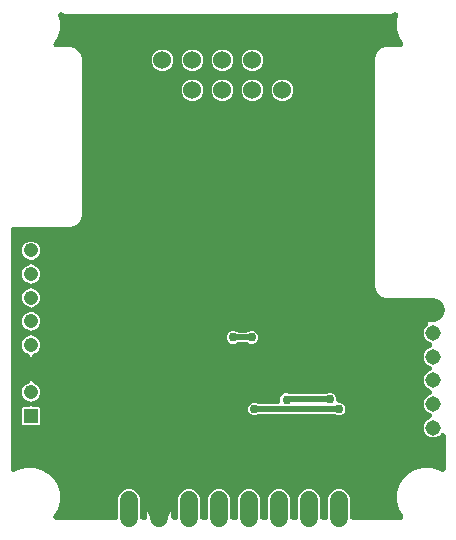
<source format=gbl>
G04 EAGLE Gerber RS-274X export*
G75*
%MOMM*%
%FSLAX34Y34*%
%LPD*%
%INBottom Copper*%
%IPPOS*%
%AMOC8*
5,1,8,0,0,1.08239X$1,22.5*%
G01*
%ADD10C,1.308000*%
%ADD11R,1.308000X1.308000*%
%ADD12C,1.208000*%
%ADD13R,1.208000X1.208000*%
%ADD14C,1.524000*%
%ADD15C,1.524000*%
%ADD16C,0.606400*%
%ADD17C,1.016000*%
%ADD18C,2.540000*%
%ADD19C,2.000000*%
%ADD20C,0.756400*%
%ADD21C,0.508000*%

G36*
X99451Y10926D02*
X99451Y10926D01*
X99485Y10924D01*
X99674Y10946D01*
X99865Y10963D01*
X99898Y10972D01*
X99932Y10976D01*
X100115Y11031D01*
X100299Y11081D01*
X100330Y11096D01*
X100363Y11106D01*
X100534Y11193D01*
X100706Y11275D01*
X100734Y11295D01*
X100765Y11310D01*
X100917Y11426D01*
X101072Y11537D01*
X101096Y11562D01*
X101123Y11582D01*
X101252Y11722D01*
X101386Y11859D01*
X101405Y11888D01*
X101429Y11914D01*
X101531Y12075D01*
X101638Y12232D01*
X101652Y12264D01*
X101670Y12293D01*
X101743Y12470D01*
X101820Y12644D01*
X101828Y12678D01*
X101841Y12710D01*
X101881Y12897D01*
X101927Y13082D01*
X101929Y13116D01*
X101936Y13150D01*
X101955Y13462D01*
X101955Y29439D01*
X103347Y32800D01*
X105920Y35373D01*
X109281Y36765D01*
X112919Y36765D01*
X116280Y35373D01*
X118853Y32800D01*
X120245Y29439D01*
X120245Y13462D01*
X120248Y13427D01*
X120246Y13393D01*
X120268Y13204D01*
X120285Y13013D01*
X120294Y12980D01*
X120298Y12946D01*
X120353Y12763D01*
X120403Y12579D01*
X120418Y12548D01*
X120428Y12515D01*
X120515Y12344D01*
X120597Y12172D01*
X120617Y12144D01*
X120632Y12113D01*
X120748Y11961D01*
X120859Y11806D01*
X120884Y11782D01*
X120904Y11755D01*
X121044Y11626D01*
X121181Y11492D01*
X121210Y11473D01*
X121236Y11449D01*
X121397Y11347D01*
X121554Y11240D01*
X121586Y11226D01*
X121615Y11208D01*
X121792Y11135D01*
X121966Y11058D01*
X122000Y11050D01*
X122032Y11037D01*
X122219Y10997D01*
X122404Y10951D01*
X122438Y10949D01*
X122472Y10942D01*
X122784Y10923D01*
X123800Y10923D01*
X123835Y10926D01*
X123869Y10924D01*
X124058Y10946D01*
X124249Y10963D01*
X124282Y10972D01*
X124316Y10976D01*
X124498Y11031D01*
X124683Y11081D01*
X124714Y11096D01*
X124747Y11106D01*
X124918Y11193D01*
X125090Y11275D01*
X125118Y11295D01*
X125149Y11310D01*
X125301Y11426D01*
X125456Y11537D01*
X125480Y11562D01*
X125507Y11582D01*
X125636Y11723D01*
X125770Y11859D01*
X125789Y11888D01*
X125813Y11914D01*
X125915Y12074D01*
X126022Y12232D01*
X126036Y12264D01*
X126054Y12293D01*
X126127Y12470D01*
X126204Y12644D01*
X126212Y12678D01*
X126225Y12710D01*
X126265Y12897D01*
X126311Y13082D01*
X126313Y13116D01*
X126320Y13150D01*
X126339Y13462D01*
X126339Y17461D01*
X136500Y17461D01*
X146661Y17461D01*
X146661Y13462D01*
X146664Y13428D01*
X146662Y13393D01*
X146684Y13203D01*
X146701Y13013D01*
X146710Y12980D01*
X146714Y12946D01*
X146769Y12762D01*
X146819Y12579D01*
X146834Y12548D01*
X146844Y12515D01*
X146931Y12345D01*
X147013Y12172D01*
X147033Y12144D01*
X147048Y12113D01*
X147164Y11961D01*
X147275Y11806D01*
X147299Y11782D01*
X147320Y11755D01*
X147461Y11625D01*
X147597Y11492D01*
X147626Y11473D01*
X147652Y11449D01*
X147813Y11347D01*
X147970Y11240D01*
X148002Y11226D01*
X148031Y11208D01*
X148208Y11135D01*
X148382Y11058D01*
X148416Y11050D01*
X148448Y11037D01*
X148635Y10996D01*
X148820Y10951D01*
X148854Y10949D01*
X148888Y10942D01*
X149200Y10923D01*
X150216Y10923D01*
X150251Y10926D01*
X150285Y10924D01*
X150474Y10946D01*
X150665Y10963D01*
X150698Y10972D01*
X150732Y10976D01*
X150915Y11031D01*
X151099Y11081D01*
X151130Y11096D01*
X151163Y11106D01*
X151334Y11193D01*
X151506Y11275D01*
X151534Y11295D01*
X151565Y11310D01*
X151717Y11426D01*
X151872Y11537D01*
X151896Y11562D01*
X151923Y11582D01*
X152052Y11722D01*
X152186Y11859D01*
X152205Y11888D01*
X152229Y11914D01*
X152331Y12075D01*
X152438Y12232D01*
X152452Y12264D01*
X152470Y12293D01*
X152543Y12470D01*
X152620Y12644D01*
X152628Y12678D01*
X152641Y12710D01*
X152681Y12897D01*
X152727Y13082D01*
X152729Y13116D01*
X152736Y13150D01*
X152755Y13462D01*
X152755Y29439D01*
X154147Y32800D01*
X156720Y35373D01*
X160081Y36765D01*
X163719Y36765D01*
X167080Y35373D01*
X169653Y32800D01*
X171045Y29439D01*
X171045Y13462D01*
X171048Y13427D01*
X171046Y13393D01*
X171068Y13204D01*
X171085Y13013D01*
X171094Y12980D01*
X171098Y12946D01*
X171153Y12763D01*
X171203Y12579D01*
X171218Y12548D01*
X171228Y12515D01*
X171315Y12344D01*
X171397Y12172D01*
X171417Y12144D01*
X171432Y12113D01*
X171548Y11961D01*
X171659Y11806D01*
X171684Y11782D01*
X171704Y11755D01*
X171844Y11626D01*
X171981Y11492D01*
X172010Y11473D01*
X172036Y11449D01*
X172197Y11347D01*
X172354Y11240D01*
X172386Y11226D01*
X172415Y11208D01*
X172592Y11135D01*
X172766Y11058D01*
X172800Y11050D01*
X172832Y11037D01*
X173019Y10997D01*
X173204Y10951D01*
X173238Y10949D01*
X173272Y10942D01*
X173584Y10923D01*
X175616Y10923D01*
X175651Y10926D01*
X175685Y10924D01*
X175874Y10946D01*
X176065Y10963D01*
X176098Y10972D01*
X176132Y10976D01*
X176315Y11031D01*
X176499Y11081D01*
X176530Y11096D01*
X176563Y11106D01*
X176734Y11193D01*
X176906Y11275D01*
X176934Y11295D01*
X176965Y11310D01*
X177117Y11426D01*
X177272Y11537D01*
X177296Y11562D01*
X177323Y11582D01*
X177452Y11722D01*
X177586Y11859D01*
X177605Y11888D01*
X177629Y11914D01*
X177731Y12075D01*
X177838Y12232D01*
X177852Y12264D01*
X177870Y12293D01*
X177943Y12470D01*
X178020Y12644D01*
X178028Y12678D01*
X178041Y12710D01*
X178081Y12897D01*
X178127Y13082D01*
X178129Y13116D01*
X178136Y13150D01*
X178155Y13462D01*
X178155Y29439D01*
X179547Y32800D01*
X182120Y35373D01*
X185481Y36765D01*
X189119Y36765D01*
X192480Y35373D01*
X195053Y32800D01*
X196445Y29439D01*
X196445Y13462D01*
X196448Y13427D01*
X196446Y13393D01*
X196468Y13204D01*
X196485Y13013D01*
X196494Y12980D01*
X196498Y12946D01*
X196553Y12763D01*
X196603Y12579D01*
X196618Y12548D01*
X196628Y12515D01*
X196715Y12344D01*
X196797Y12172D01*
X196817Y12144D01*
X196832Y12113D01*
X196948Y11961D01*
X197059Y11806D01*
X197084Y11782D01*
X197104Y11755D01*
X197244Y11626D01*
X197381Y11492D01*
X197410Y11473D01*
X197436Y11449D01*
X197597Y11347D01*
X197754Y11240D01*
X197786Y11226D01*
X197815Y11208D01*
X197992Y11135D01*
X198166Y11058D01*
X198200Y11050D01*
X198232Y11037D01*
X198419Y10997D01*
X198604Y10951D01*
X198638Y10949D01*
X198672Y10942D01*
X198984Y10923D01*
X201016Y10923D01*
X201051Y10926D01*
X201085Y10924D01*
X201274Y10946D01*
X201465Y10963D01*
X201498Y10972D01*
X201532Y10976D01*
X201715Y11031D01*
X201899Y11081D01*
X201930Y11096D01*
X201963Y11106D01*
X202134Y11193D01*
X202306Y11275D01*
X202334Y11295D01*
X202365Y11310D01*
X202517Y11426D01*
X202672Y11537D01*
X202696Y11562D01*
X202723Y11582D01*
X202852Y11722D01*
X202986Y11859D01*
X203005Y11888D01*
X203029Y11914D01*
X203131Y12075D01*
X203238Y12232D01*
X203252Y12264D01*
X203270Y12293D01*
X203343Y12470D01*
X203420Y12644D01*
X203428Y12678D01*
X203441Y12710D01*
X203481Y12897D01*
X203527Y13082D01*
X203529Y13116D01*
X203536Y13150D01*
X203555Y13462D01*
X203555Y29439D01*
X204947Y32800D01*
X207520Y35373D01*
X210881Y36765D01*
X214519Y36765D01*
X217880Y35373D01*
X220453Y32800D01*
X221845Y29439D01*
X221845Y13462D01*
X221848Y13427D01*
X221846Y13393D01*
X221868Y13204D01*
X221885Y13013D01*
X221894Y12980D01*
X221898Y12946D01*
X221953Y12763D01*
X222003Y12579D01*
X222018Y12548D01*
X222028Y12515D01*
X222115Y12344D01*
X222197Y12172D01*
X222217Y12144D01*
X222232Y12113D01*
X222348Y11961D01*
X222459Y11806D01*
X222484Y11782D01*
X222504Y11755D01*
X222644Y11626D01*
X222781Y11492D01*
X222810Y11473D01*
X222836Y11449D01*
X222997Y11347D01*
X223154Y11240D01*
X223186Y11226D01*
X223215Y11208D01*
X223392Y11135D01*
X223566Y11058D01*
X223600Y11050D01*
X223632Y11037D01*
X223819Y10997D01*
X224004Y10951D01*
X224038Y10949D01*
X224072Y10942D01*
X224384Y10923D01*
X226416Y10923D01*
X226451Y10926D01*
X226485Y10924D01*
X226674Y10946D01*
X226865Y10963D01*
X226898Y10972D01*
X226932Y10976D01*
X227115Y11031D01*
X227299Y11081D01*
X227330Y11096D01*
X227363Y11106D01*
X227534Y11193D01*
X227706Y11275D01*
X227734Y11295D01*
X227765Y11310D01*
X227917Y11426D01*
X228072Y11537D01*
X228096Y11562D01*
X228123Y11582D01*
X228252Y11722D01*
X228386Y11859D01*
X228405Y11888D01*
X228429Y11914D01*
X228531Y12075D01*
X228638Y12232D01*
X228652Y12264D01*
X228670Y12293D01*
X228743Y12470D01*
X228820Y12644D01*
X228828Y12678D01*
X228841Y12710D01*
X228881Y12897D01*
X228927Y13082D01*
X228929Y13116D01*
X228936Y13150D01*
X228955Y13462D01*
X228955Y29439D01*
X230347Y32800D01*
X232920Y35373D01*
X236281Y36765D01*
X239919Y36765D01*
X243280Y35373D01*
X245853Y32800D01*
X247245Y29439D01*
X247245Y13462D01*
X247248Y13427D01*
X247246Y13393D01*
X247268Y13204D01*
X247285Y13013D01*
X247294Y12980D01*
X247298Y12946D01*
X247353Y12763D01*
X247403Y12579D01*
X247418Y12548D01*
X247428Y12515D01*
X247515Y12344D01*
X247597Y12172D01*
X247617Y12144D01*
X247632Y12113D01*
X247748Y11961D01*
X247859Y11806D01*
X247884Y11782D01*
X247904Y11755D01*
X248044Y11626D01*
X248181Y11492D01*
X248210Y11473D01*
X248236Y11449D01*
X248397Y11347D01*
X248554Y11240D01*
X248586Y11226D01*
X248615Y11208D01*
X248792Y11135D01*
X248966Y11058D01*
X249000Y11050D01*
X249032Y11037D01*
X249219Y10997D01*
X249404Y10951D01*
X249438Y10949D01*
X249472Y10942D01*
X249784Y10923D01*
X251816Y10923D01*
X251851Y10926D01*
X251885Y10924D01*
X252074Y10946D01*
X252265Y10963D01*
X252298Y10972D01*
X252332Y10976D01*
X252515Y11031D01*
X252699Y11081D01*
X252730Y11096D01*
X252763Y11106D01*
X252934Y11193D01*
X253106Y11275D01*
X253134Y11295D01*
X253165Y11310D01*
X253317Y11426D01*
X253472Y11537D01*
X253496Y11562D01*
X253523Y11582D01*
X253652Y11722D01*
X253786Y11859D01*
X253805Y11888D01*
X253829Y11914D01*
X253931Y12075D01*
X254038Y12232D01*
X254052Y12264D01*
X254070Y12293D01*
X254143Y12470D01*
X254220Y12644D01*
X254228Y12678D01*
X254241Y12710D01*
X254281Y12897D01*
X254327Y13082D01*
X254329Y13116D01*
X254336Y13150D01*
X254355Y13462D01*
X254355Y29439D01*
X255747Y32800D01*
X258320Y35373D01*
X261681Y36765D01*
X265319Y36765D01*
X268680Y35373D01*
X271253Y32800D01*
X272645Y29439D01*
X272645Y13462D01*
X272648Y13427D01*
X272646Y13393D01*
X272668Y13204D01*
X272685Y13013D01*
X272694Y12980D01*
X272698Y12946D01*
X272753Y12763D01*
X272803Y12579D01*
X272818Y12548D01*
X272828Y12515D01*
X272915Y12344D01*
X272997Y12172D01*
X273017Y12144D01*
X273032Y12113D01*
X273148Y11961D01*
X273259Y11806D01*
X273284Y11782D01*
X273304Y11755D01*
X273444Y11626D01*
X273581Y11492D01*
X273610Y11473D01*
X273636Y11449D01*
X273797Y11347D01*
X273954Y11240D01*
X273986Y11226D01*
X274015Y11208D01*
X274192Y11135D01*
X274366Y11058D01*
X274400Y11050D01*
X274432Y11037D01*
X274619Y10997D01*
X274804Y10951D01*
X274838Y10949D01*
X274872Y10942D01*
X275184Y10923D01*
X277216Y10923D01*
X277251Y10926D01*
X277285Y10924D01*
X277474Y10946D01*
X277665Y10963D01*
X277698Y10972D01*
X277732Y10976D01*
X277915Y11031D01*
X278099Y11081D01*
X278130Y11096D01*
X278163Y11106D01*
X278334Y11193D01*
X278506Y11275D01*
X278534Y11295D01*
X278565Y11310D01*
X278717Y11426D01*
X278872Y11537D01*
X278896Y11562D01*
X278923Y11582D01*
X279052Y11722D01*
X279186Y11859D01*
X279205Y11888D01*
X279229Y11914D01*
X279331Y12075D01*
X279438Y12232D01*
X279452Y12264D01*
X279470Y12293D01*
X279543Y12470D01*
X279620Y12644D01*
X279628Y12678D01*
X279641Y12710D01*
X279681Y12897D01*
X279727Y13082D01*
X279729Y13116D01*
X279736Y13150D01*
X279755Y13462D01*
X279755Y29439D01*
X281147Y32800D01*
X283720Y35373D01*
X287081Y36765D01*
X290719Y36765D01*
X294080Y35373D01*
X296653Y32800D01*
X298045Y29439D01*
X298045Y13462D01*
X298048Y13427D01*
X298046Y13393D01*
X298068Y13204D01*
X298085Y13013D01*
X298094Y12980D01*
X298098Y12946D01*
X298153Y12763D01*
X298203Y12579D01*
X298218Y12548D01*
X298228Y12515D01*
X298315Y12344D01*
X298397Y12172D01*
X298417Y12144D01*
X298432Y12113D01*
X298548Y11961D01*
X298659Y11806D01*
X298684Y11782D01*
X298704Y11755D01*
X298844Y11626D01*
X298981Y11492D01*
X299010Y11473D01*
X299036Y11449D01*
X299197Y11347D01*
X299354Y11240D01*
X299386Y11226D01*
X299415Y11208D01*
X299592Y11135D01*
X299766Y11058D01*
X299800Y11050D01*
X299832Y11037D01*
X300019Y10997D01*
X300204Y10951D01*
X300238Y10949D01*
X300272Y10942D01*
X300584Y10923D01*
X340563Y10923D01*
X340586Y10925D01*
X340609Y10923D01*
X340810Y10945D01*
X341012Y10963D01*
X341034Y10969D01*
X341057Y10971D01*
X341250Y11028D01*
X341446Y11081D01*
X341467Y11091D01*
X341489Y11098D01*
X341671Y11188D01*
X341853Y11275D01*
X341871Y11288D01*
X341892Y11298D01*
X342055Y11419D01*
X342219Y11537D01*
X342235Y11553D01*
X342253Y11567D01*
X342392Y11715D01*
X342533Y11859D01*
X342546Y11879D01*
X342561Y11895D01*
X342672Y12065D01*
X342785Y12232D01*
X342794Y12254D01*
X342807Y12273D01*
X342885Y12459D01*
X342967Y12644D01*
X342972Y12667D01*
X342981Y12688D01*
X343026Y12886D01*
X343074Y13082D01*
X343075Y13105D01*
X343080Y13127D01*
X343089Y13329D01*
X343101Y13531D01*
X343099Y13554D01*
X343100Y13577D01*
X343073Y13777D01*
X343049Y13978D01*
X343043Y14000D01*
X343039Y14023D01*
X342978Y14215D01*
X342919Y14409D01*
X342908Y14430D01*
X342901Y14452D01*
X342762Y14732D01*
X339554Y20288D01*
X337839Y26687D01*
X337839Y33313D01*
X339554Y39712D01*
X342866Y45449D01*
X347551Y50134D01*
X353288Y53446D01*
X359687Y55161D01*
X366313Y55161D01*
X372712Y53446D01*
X375268Y51970D01*
X375289Y51960D01*
X375308Y51947D01*
X375493Y51865D01*
X375677Y51780D01*
X375699Y51774D01*
X375720Y51765D01*
X375917Y51717D01*
X376112Y51666D01*
X376135Y51664D01*
X376158Y51658D01*
X376359Y51646D01*
X376561Y51630D01*
X376584Y51632D01*
X376607Y51631D01*
X376808Y51654D01*
X377009Y51674D01*
X377031Y51680D01*
X377054Y51683D01*
X377249Y51741D01*
X377442Y51796D01*
X377463Y51806D01*
X377485Y51813D01*
X377665Y51905D01*
X377847Y51993D01*
X377866Y52007D01*
X377887Y52017D01*
X378047Y52139D01*
X378211Y52259D01*
X378227Y52275D01*
X378245Y52289D01*
X378383Y52438D01*
X378522Y52584D01*
X378535Y52603D01*
X378551Y52621D01*
X378659Y52791D01*
X378771Y52960D01*
X378780Y52981D01*
X378792Y53000D01*
X378869Y53187D01*
X378949Y53373D01*
X378955Y53396D01*
X378963Y53417D01*
X379006Y53615D01*
X379052Y53811D01*
X379053Y53834D01*
X379058Y53857D01*
X379077Y54169D01*
X379077Y82042D01*
X379075Y82068D01*
X379076Y82091D01*
X379066Y82183D01*
X379064Y82301D01*
X379046Y82395D01*
X379037Y82490D01*
X379003Y82616D01*
X378978Y82743D01*
X378944Y82833D01*
X378919Y82925D01*
X378863Y83042D01*
X378816Y83163D01*
X378766Y83245D01*
X378725Y83331D01*
X378650Y83437D01*
X378582Y83548D01*
X378519Y83620D01*
X378463Y83697D01*
X378370Y83788D01*
X378284Y83885D01*
X378209Y83945D01*
X378141Y84011D01*
X378033Y84084D01*
X377931Y84165D01*
X377847Y84210D01*
X377768Y84263D01*
X377649Y84316D01*
X377534Y84377D01*
X377443Y84407D01*
X377356Y84446D01*
X377229Y84477D01*
X377106Y84517D01*
X377011Y84530D01*
X376918Y84552D01*
X376789Y84560D01*
X376660Y84578D01*
X376564Y84574D01*
X376469Y84580D01*
X376340Y84565D01*
X376210Y84560D01*
X376117Y84539D01*
X376022Y84528D01*
X375897Y84490D01*
X375770Y84462D01*
X375682Y84425D01*
X375591Y84398D01*
X375475Y84339D01*
X375355Y84288D01*
X375275Y84237D01*
X375189Y84193D01*
X375086Y84115D01*
X374977Y84044D01*
X374885Y83963D01*
X374862Y83947D01*
X374856Y83941D01*
X374831Y83921D01*
X374800Y83888D01*
X374742Y83837D01*
X373068Y82163D01*
X370104Y80935D01*
X366896Y80935D01*
X363932Y82163D01*
X361663Y84432D01*
X360435Y87396D01*
X360435Y90604D01*
X361663Y93568D01*
X363932Y95837D01*
X365904Y96654D01*
X366019Y96714D01*
X366139Y96766D01*
X366219Y96818D01*
X366303Y96863D01*
X366406Y96942D01*
X366515Y97014D01*
X366584Y97080D01*
X366659Y97138D01*
X366746Y97235D01*
X366841Y97324D01*
X366897Y97402D01*
X366961Y97472D01*
X367030Y97583D01*
X367107Y97688D01*
X367148Y97774D01*
X367199Y97855D01*
X367247Y97976D01*
X367304Y98092D01*
X367330Y98184D01*
X367366Y98273D01*
X367392Y98400D01*
X367427Y98526D01*
X367437Y98621D01*
X367456Y98714D01*
X367459Y98844D01*
X367472Y98974D01*
X367464Y99069D01*
X367467Y99164D01*
X367447Y99293D01*
X367436Y99423D01*
X367412Y99515D01*
X367398Y99609D01*
X367355Y99733D01*
X367322Y99858D01*
X367282Y99945D01*
X367251Y100035D01*
X367188Y100149D01*
X367133Y100267D01*
X367078Y100345D01*
X367032Y100428D01*
X366950Y100529D01*
X366875Y100636D01*
X366807Y100703D01*
X366747Y100777D01*
X366648Y100861D01*
X366556Y100953D01*
X366477Y101007D01*
X366404Y101069D01*
X366292Y101135D01*
X366185Y101209D01*
X366068Y101266D01*
X366016Y101297D01*
X365974Y101312D01*
X365904Y101346D01*
X363932Y102163D01*
X361663Y104432D01*
X360435Y107396D01*
X360435Y110604D01*
X361663Y113568D01*
X363932Y115837D01*
X365904Y116654D01*
X366019Y116714D01*
X366139Y116766D01*
X366219Y116818D01*
X366303Y116863D01*
X366406Y116942D01*
X366515Y117014D01*
X366584Y117080D01*
X366659Y117138D01*
X366746Y117235D01*
X366841Y117324D01*
X366897Y117402D01*
X366961Y117472D01*
X367030Y117583D01*
X367107Y117688D01*
X367148Y117774D01*
X367199Y117855D01*
X367247Y117976D01*
X367304Y118092D01*
X367330Y118184D01*
X367366Y118273D01*
X367392Y118400D01*
X367427Y118526D01*
X367437Y118621D01*
X367456Y118714D01*
X367459Y118844D01*
X367472Y118974D01*
X367464Y119069D01*
X367467Y119164D01*
X367447Y119293D01*
X367436Y119423D01*
X367412Y119515D01*
X367398Y119609D01*
X367355Y119733D01*
X367322Y119858D01*
X367282Y119945D01*
X367251Y120035D01*
X367188Y120149D01*
X367133Y120267D01*
X367078Y120345D01*
X367032Y120428D01*
X366950Y120529D01*
X366875Y120636D01*
X366807Y120703D01*
X366747Y120777D01*
X366648Y120861D01*
X366556Y120953D01*
X366477Y121007D01*
X366404Y121069D01*
X366292Y121135D01*
X366185Y121209D01*
X366068Y121266D01*
X366016Y121297D01*
X365974Y121312D01*
X365904Y121346D01*
X363932Y122163D01*
X361663Y124432D01*
X360435Y127396D01*
X360435Y130604D01*
X361663Y133568D01*
X363932Y135837D01*
X365904Y136654D01*
X366019Y136714D01*
X366139Y136766D01*
X366219Y136818D01*
X366303Y136863D01*
X366406Y136942D01*
X366515Y137014D01*
X366584Y137080D01*
X366659Y137138D01*
X366746Y137235D01*
X366841Y137324D01*
X366897Y137402D01*
X366961Y137472D01*
X367030Y137583D01*
X367107Y137688D01*
X367148Y137774D01*
X367199Y137855D01*
X367247Y137976D01*
X367304Y138092D01*
X367330Y138184D01*
X367366Y138273D01*
X367392Y138400D01*
X367427Y138526D01*
X367437Y138621D01*
X367456Y138714D01*
X367459Y138844D01*
X367472Y138974D01*
X367464Y139069D01*
X367467Y139164D01*
X367447Y139293D01*
X367436Y139423D01*
X367412Y139515D01*
X367398Y139609D01*
X367355Y139733D01*
X367322Y139858D01*
X367282Y139945D01*
X367251Y140035D01*
X367188Y140149D01*
X367133Y140267D01*
X367078Y140345D01*
X367032Y140428D01*
X366950Y140529D01*
X366875Y140636D01*
X366807Y140703D01*
X366747Y140777D01*
X366648Y140861D01*
X366556Y140953D01*
X366477Y141007D01*
X366404Y141069D01*
X366292Y141135D01*
X366185Y141209D01*
X366068Y141266D01*
X366016Y141297D01*
X365974Y141312D01*
X365904Y141346D01*
X363932Y142163D01*
X361663Y144432D01*
X360435Y147396D01*
X360435Y150604D01*
X361663Y153568D01*
X363932Y155837D01*
X365904Y156654D01*
X366019Y156714D01*
X366139Y156766D01*
X366219Y156818D01*
X366303Y156863D01*
X366406Y156942D01*
X366515Y157014D01*
X366584Y157080D01*
X366659Y157138D01*
X366746Y157235D01*
X366841Y157324D01*
X366897Y157402D01*
X366961Y157472D01*
X367030Y157583D01*
X367107Y157688D01*
X367148Y157774D01*
X367199Y157855D01*
X367247Y157976D01*
X367304Y158092D01*
X367330Y158184D01*
X367366Y158273D01*
X367392Y158400D01*
X367427Y158526D01*
X367437Y158621D01*
X367456Y158714D01*
X367459Y158844D01*
X367472Y158974D01*
X367464Y159069D01*
X367467Y159164D01*
X367447Y159293D01*
X367436Y159423D01*
X367412Y159515D01*
X367398Y159609D01*
X367355Y159733D01*
X367322Y159858D01*
X367282Y159945D01*
X367251Y160035D01*
X367188Y160149D01*
X367133Y160267D01*
X367078Y160345D01*
X367032Y160428D01*
X366950Y160529D01*
X366875Y160636D01*
X366807Y160703D01*
X366747Y160777D01*
X366648Y160861D01*
X366556Y160953D01*
X366477Y161007D01*
X366404Y161069D01*
X366292Y161135D01*
X366185Y161209D01*
X366068Y161266D01*
X366016Y161297D01*
X365974Y161312D01*
X365904Y161346D01*
X363932Y162163D01*
X361663Y164432D01*
X360435Y167396D01*
X360435Y170604D01*
X361663Y173568D01*
X363679Y175584D01*
X363763Y175684D01*
X363853Y175777D01*
X363907Y175857D01*
X363968Y175930D01*
X364033Y176043D01*
X364105Y176150D01*
X364144Y176238D01*
X364192Y176321D01*
X364235Y176443D01*
X364288Y176562D01*
X364310Y176655D01*
X364342Y176745D01*
X364364Y176873D01*
X364394Y177000D01*
X364400Y177095D01*
X364416Y177189D01*
X364414Y177319D01*
X364422Y177449D01*
X364411Y177544D01*
X364410Y177640D01*
X364385Y177767D01*
X364370Y177896D01*
X364342Y177988D01*
X364324Y178082D01*
X364277Y178203D01*
X364240Y178327D01*
X364196Y178413D01*
X364162Y178502D01*
X364094Y178613D01*
X364035Y178729D01*
X363978Y178805D01*
X363928Y178886D01*
X363842Y178984D01*
X363763Y179087D01*
X363693Y179152D01*
X363630Y179224D01*
X363528Y179304D01*
X363432Y179393D01*
X363352Y179444D01*
X363277Y179503D01*
X363162Y179564D01*
X363052Y179634D01*
X362964Y179671D01*
X362880Y179716D01*
X362756Y179756D01*
X362636Y179805D01*
X362542Y179825D01*
X362452Y179855D01*
X362323Y179873D01*
X362196Y179900D01*
X362066Y179908D01*
X362006Y179916D01*
X361961Y179915D01*
X361884Y179919D01*
X361625Y179919D01*
X360979Y180092D01*
X360400Y180427D01*
X359927Y180900D01*
X359592Y181479D01*
X359419Y182125D01*
X359419Y186461D01*
X368500Y186461D01*
X368534Y186464D01*
X368569Y186462D01*
X368758Y186484D01*
X368948Y186500D01*
X368982Y186510D01*
X369016Y186514D01*
X369199Y186569D01*
X369383Y186619D01*
X369414Y186634D01*
X369447Y186644D01*
X369618Y186731D01*
X369789Y186812D01*
X369817Y186833D01*
X369848Y186848D01*
X370000Y186963D01*
X370155Y187075D01*
X370179Y187099D01*
X370207Y187120D01*
X370336Y187260D01*
X370469Y187397D01*
X370489Y187426D01*
X370512Y187451D01*
X370615Y187612D01*
X370721Y187770D01*
X370735Y187802D01*
X370754Y187831D01*
X370826Y188008D01*
X370904Y188182D01*
X370912Y188216D01*
X370925Y188248D01*
X370965Y188434D01*
X371010Y188619D01*
X371012Y188654D01*
X371020Y188688D01*
X371039Y189000D01*
X371036Y189035D01*
X371038Y189069D01*
X371016Y189259D01*
X370999Y189449D01*
X370990Y189482D01*
X370986Y189516D01*
X370931Y189699D01*
X370880Y189883D01*
X370866Y189914D01*
X370856Y189947D01*
X370769Y190118D01*
X370687Y190290D01*
X370667Y190318D01*
X370651Y190349D01*
X370536Y190501D01*
X370425Y190656D01*
X370400Y190680D01*
X370379Y190707D01*
X370239Y190837D01*
X370102Y190970D01*
X370074Y190989D01*
X370048Y191013D01*
X369887Y191115D01*
X369729Y191222D01*
X369698Y191236D01*
X369668Y191254D01*
X369492Y191327D01*
X369317Y191404D01*
X369284Y191412D01*
X369252Y191425D01*
X369065Y191466D01*
X368880Y191511D01*
X368846Y191513D01*
X368812Y191520D01*
X368500Y191539D01*
X359419Y191539D01*
X359419Y195874D01*
X359421Y195881D01*
X359445Y196020D01*
X359479Y196158D01*
X359484Y196241D01*
X359498Y196324D01*
X359498Y196466D01*
X359507Y196607D01*
X359497Y196690D01*
X359496Y196775D01*
X359471Y196914D01*
X359454Y197054D01*
X359430Y197135D01*
X359415Y197217D01*
X359365Y197350D01*
X359324Y197485D01*
X359286Y197560D01*
X359256Y197639D01*
X359184Y197760D01*
X359120Y197887D01*
X359069Y197953D01*
X359026Y198026D01*
X358933Y198133D01*
X358848Y198245D01*
X358786Y198302D01*
X358731Y198366D01*
X358621Y198455D01*
X358517Y198551D01*
X358446Y198596D01*
X358380Y198648D01*
X358256Y198716D01*
X358137Y198792D01*
X358059Y198824D01*
X357985Y198865D01*
X357851Y198910D01*
X357720Y198963D01*
X357638Y198981D01*
X357559Y199008D01*
X357419Y199028D01*
X357280Y199058D01*
X357169Y199065D01*
X357113Y199073D01*
X357062Y199072D01*
X356968Y199077D01*
X327827Y199077D01*
X323813Y200740D01*
X320740Y203813D01*
X319077Y207827D01*
X319077Y402173D01*
X320740Y406187D01*
X323813Y409260D01*
X327827Y410923D01*
X340563Y410923D01*
X340586Y410925D01*
X340609Y410923D01*
X340810Y410945D01*
X341012Y410963D01*
X341034Y410969D01*
X341057Y410971D01*
X341250Y411028D01*
X341446Y411081D01*
X341467Y411091D01*
X341489Y411098D01*
X341671Y411188D01*
X341853Y411275D01*
X341871Y411288D01*
X341892Y411298D01*
X342055Y411419D01*
X342219Y411537D01*
X342235Y411553D01*
X342253Y411567D01*
X342392Y411715D01*
X342533Y411859D01*
X342546Y411879D01*
X342561Y411895D01*
X342671Y412064D01*
X342785Y412232D01*
X342794Y412254D01*
X342807Y412273D01*
X342885Y412459D01*
X342967Y412644D01*
X342972Y412667D01*
X342981Y412688D01*
X343026Y412885D01*
X343074Y413082D01*
X343075Y413105D01*
X343080Y413127D01*
X343089Y413329D01*
X343101Y413531D01*
X343099Y413554D01*
X343100Y413577D01*
X343073Y413777D01*
X343049Y413978D01*
X343043Y414000D01*
X343039Y414023D01*
X342978Y414214D01*
X342919Y414409D01*
X342908Y414430D01*
X342901Y414452D01*
X342762Y414732D01*
X339554Y420288D01*
X337839Y426687D01*
X337839Y433313D01*
X338952Y437464D01*
X338984Y437650D01*
X339022Y437835D01*
X339023Y437871D01*
X339029Y437907D01*
X339028Y438097D01*
X339033Y438285D01*
X339027Y438321D01*
X339027Y438357D01*
X338993Y438544D01*
X338964Y438730D01*
X338952Y438764D01*
X338946Y438800D01*
X338879Y438978D01*
X338818Y439156D01*
X338800Y439188D01*
X338787Y439222D01*
X338690Y439384D01*
X338598Y439549D01*
X338575Y439577D01*
X338557Y439608D01*
X338433Y439751D01*
X338313Y439898D01*
X338285Y439921D01*
X338262Y439949D01*
X338114Y440067D01*
X337971Y440190D01*
X337939Y440208D01*
X337911Y440231D01*
X337745Y440322D01*
X337582Y440417D01*
X337548Y440430D01*
X337516Y440447D01*
X337337Y440507D01*
X337159Y440573D01*
X337123Y440579D01*
X337089Y440590D01*
X336902Y440618D01*
X336716Y440651D01*
X336680Y440651D01*
X336644Y440656D01*
X336454Y440650D01*
X336266Y440649D01*
X336230Y440643D01*
X336194Y440642D01*
X336009Y440602D01*
X335823Y440568D01*
X335781Y440554D01*
X335753Y440548D01*
X335697Y440525D01*
X335527Y440467D01*
X332173Y439077D01*
X57827Y439077D01*
X54473Y440467D01*
X54292Y440523D01*
X54114Y440585D01*
X54078Y440591D01*
X54043Y440601D01*
X53856Y440625D01*
X53669Y440654D01*
X53633Y440654D01*
X53597Y440658D01*
X53408Y440649D01*
X53219Y440644D01*
X53183Y440637D01*
X53147Y440635D01*
X52963Y440592D01*
X52777Y440555D01*
X52744Y440541D01*
X52708Y440533D01*
X52535Y440458D01*
X52359Y440389D01*
X52328Y440370D01*
X52295Y440355D01*
X52136Y440251D01*
X51976Y440151D01*
X51949Y440127D01*
X51919Y440107D01*
X51782Y439976D01*
X51642Y439850D01*
X51619Y439821D01*
X51593Y439796D01*
X51482Y439644D01*
X51365Y439494D01*
X51349Y439462D01*
X51327Y439433D01*
X51244Y439263D01*
X51156Y439096D01*
X51146Y439061D01*
X51130Y439028D01*
X51078Y438846D01*
X51021Y438666D01*
X51017Y438630D01*
X51007Y438595D01*
X50988Y438407D01*
X50964Y438219D01*
X50966Y438183D01*
X50962Y438147D01*
X50977Y437959D01*
X50986Y437770D01*
X50995Y437726D01*
X50997Y437698D01*
X51013Y437639D01*
X51048Y437464D01*
X52161Y433313D01*
X52161Y426687D01*
X50446Y420288D01*
X47238Y414732D01*
X47228Y414711D01*
X47215Y414692D01*
X47133Y414506D01*
X47048Y414323D01*
X47042Y414301D01*
X47033Y414280D01*
X46985Y414083D01*
X46934Y413888D01*
X46932Y413865D01*
X46926Y413842D01*
X46914Y413641D01*
X46898Y413439D01*
X46900Y413416D01*
X46899Y413393D01*
X46922Y413192D01*
X46942Y412991D01*
X46948Y412969D01*
X46951Y412946D01*
X47009Y412752D01*
X47064Y412558D01*
X47074Y412537D01*
X47081Y412515D01*
X47173Y412334D01*
X47261Y412153D01*
X47275Y412134D01*
X47285Y412113D01*
X47407Y411953D01*
X47527Y411789D01*
X47544Y411773D01*
X47557Y411755D01*
X47706Y411618D01*
X47852Y411478D01*
X47871Y411465D01*
X47889Y411449D01*
X48059Y411341D01*
X48228Y411229D01*
X48249Y411220D01*
X48268Y411208D01*
X48455Y411131D01*
X48641Y411051D01*
X48664Y411045D01*
X48685Y411037D01*
X48883Y410994D01*
X49079Y410948D01*
X49102Y410947D01*
X49125Y410942D01*
X49437Y410923D01*
X62173Y410923D01*
X66187Y409260D01*
X69260Y406187D01*
X70923Y402173D01*
X70923Y267827D01*
X69260Y263813D01*
X66187Y260740D01*
X62173Y259077D01*
X13462Y259077D01*
X13427Y259074D01*
X13393Y259076D01*
X13204Y259054D01*
X13013Y259037D01*
X12980Y259028D01*
X12946Y259024D01*
X12763Y258969D01*
X12579Y258919D01*
X12548Y258904D01*
X12515Y258894D01*
X12344Y258807D01*
X12172Y258725D01*
X12144Y258705D01*
X12113Y258690D01*
X11961Y258574D01*
X11806Y258463D01*
X11782Y258438D01*
X11755Y258418D01*
X11626Y258278D01*
X11492Y258141D01*
X11473Y258112D01*
X11449Y258086D01*
X11347Y257925D01*
X11240Y257768D01*
X11226Y257736D01*
X11208Y257707D01*
X11135Y257530D01*
X11058Y257356D01*
X11050Y257322D01*
X11037Y257290D01*
X10997Y257103D01*
X10951Y256918D01*
X10949Y256884D01*
X10942Y256850D01*
X10923Y256538D01*
X10923Y54169D01*
X10925Y54146D01*
X10923Y54123D01*
X10945Y53922D01*
X10963Y53720D01*
X10969Y53698D01*
X10971Y53675D01*
X11028Y53481D01*
X11081Y53286D01*
X11091Y53265D01*
X11098Y53243D01*
X11188Y53061D01*
X11275Y52879D01*
X11288Y52861D01*
X11298Y52840D01*
X11419Y52678D01*
X11537Y52513D01*
X11553Y52497D01*
X11567Y52479D01*
X11714Y52341D01*
X11859Y52199D01*
X11879Y52186D01*
X11895Y52171D01*
X12065Y52060D01*
X12232Y51947D01*
X12254Y51938D01*
X12273Y51925D01*
X12459Y51847D01*
X12644Y51765D01*
X12667Y51760D01*
X12688Y51751D01*
X12886Y51706D01*
X13082Y51658D01*
X13105Y51657D01*
X13127Y51652D01*
X13329Y51643D01*
X13531Y51631D01*
X13554Y51633D01*
X13577Y51632D01*
X13777Y51659D01*
X13978Y51683D01*
X14000Y51689D01*
X14023Y51693D01*
X14215Y51754D01*
X14409Y51813D01*
X14430Y51824D01*
X14452Y51831D01*
X14732Y51970D01*
X17288Y53446D01*
X23687Y55161D01*
X30313Y55161D01*
X36712Y53446D01*
X42449Y50134D01*
X47134Y45449D01*
X50446Y39712D01*
X52161Y33313D01*
X52161Y26687D01*
X50446Y20288D01*
X47238Y14732D01*
X47228Y14711D01*
X47215Y14692D01*
X47133Y14506D01*
X47048Y14323D01*
X47042Y14301D01*
X47033Y14280D01*
X46985Y14083D01*
X46934Y13888D01*
X46932Y13865D01*
X46926Y13842D01*
X46914Y13641D01*
X46898Y13439D01*
X46900Y13416D01*
X46899Y13393D01*
X46922Y13192D01*
X46942Y12991D01*
X46948Y12969D01*
X46951Y12946D01*
X47009Y12752D01*
X47064Y12558D01*
X47074Y12537D01*
X47081Y12515D01*
X47173Y12334D01*
X47261Y12153D01*
X47275Y12134D01*
X47285Y12113D01*
X47407Y11953D01*
X47527Y11789D01*
X47544Y11773D01*
X47557Y11755D01*
X47706Y11618D01*
X47852Y11478D01*
X47871Y11465D01*
X47889Y11449D01*
X48059Y11341D01*
X48228Y11229D01*
X48249Y11220D01*
X48268Y11208D01*
X48455Y11131D01*
X48641Y11051D01*
X48664Y11045D01*
X48685Y11037D01*
X48883Y10994D01*
X49079Y10948D01*
X49102Y10947D01*
X49125Y10942D01*
X49437Y10923D01*
X99416Y10923D01*
X99451Y10926D01*
G37*
%LPC*%
G36*
X216015Y99372D02*
X216015Y99372D01*
X214065Y100180D01*
X212572Y101673D01*
X211764Y103623D01*
X211764Y105734D01*
X212572Y107685D01*
X214065Y109177D01*
X216015Y109985D01*
X218126Y109985D01*
X220314Y109079D01*
X220394Y109028D01*
X220450Y109005D01*
X220503Y108975D01*
X220658Y108920D01*
X220810Y108857D01*
X220870Y108844D01*
X220928Y108824D01*
X221090Y108797D01*
X221251Y108763D01*
X221328Y108758D01*
X221372Y108750D01*
X221433Y108751D01*
X221562Y108743D01*
X236519Y108743D01*
X236554Y108746D01*
X236588Y108744D01*
X236778Y108766D01*
X236968Y108783D01*
X237001Y108792D01*
X237036Y108796D01*
X237218Y108852D01*
X237402Y108902D01*
X237433Y108917D01*
X237467Y108927D01*
X237637Y109014D01*
X237809Y109095D01*
X237837Y109115D01*
X237868Y109131D01*
X238020Y109246D01*
X238175Y109357D01*
X238199Y109382D01*
X238227Y109403D01*
X238356Y109543D01*
X238489Y109680D01*
X238508Y109709D01*
X238532Y109734D01*
X238634Y109895D01*
X238741Y110053D01*
X238755Y110085D01*
X238774Y110114D01*
X238846Y110290D01*
X238923Y110465D01*
X238931Y110498D01*
X238945Y110530D01*
X238985Y110717D01*
X239030Y110902D01*
X239032Y110937D01*
X239039Y110971D01*
X239058Y111283D01*
X239058Y113706D01*
X239866Y115656D01*
X241359Y117149D01*
X243310Y117957D01*
X245421Y117957D01*
X246532Y117497D01*
X246644Y117462D01*
X246752Y117418D01*
X246858Y117395D01*
X246962Y117362D01*
X247077Y117347D01*
X247192Y117323D01*
X247346Y117313D01*
X247408Y117305D01*
X247444Y117307D01*
X247504Y117304D01*
X276608Y117304D01*
X276772Y117318D01*
X276936Y117325D01*
X276996Y117338D01*
X277056Y117344D01*
X277215Y117387D01*
X277376Y117422D01*
X277432Y117446D01*
X277491Y117462D01*
X277639Y117532D01*
X277791Y117596D01*
X277843Y117629D01*
X277897Y117655D01*
X277901Y117658D01*
X280044Y118546D01*
X282155Y118546D01*
X284106Y117738D01*
X285599Y116245D01*
X286407Y114294D01*
X286407Y112525D01*
X286410Y112490D01*
X286408Y112456D01*
X286430Y112266D01*
X286446Y112076D01*
X286456Y112043D01*
X286460Y112008D01*
X286515Y111825D01*
X286565Y111642D01*
X286580Y111611D01*
X286590Y111577D01*
X286677Y111407D01*
X286758Y111235D01*
X286779Y111207D01*
X286794Y111176D01*
X286909Y111024D01*
X287021Y110869D01*
X287045Y110845D01*
X287066Y110817D01*
X287206Y110688D01*
X287343Y110555D01*
X287372Y110536D01*
X287397Y110512D01*
X287558Y110410D01*
X287716Y110303D01*
X287748Y110289D01*
X287777Y110270D01*
X287954Y110198D01*
X288128Y110121D01*
X288162Y110112D01*
X288194Y110099D01*
X288380Y110059D01*
X288565Y110014D01*
X288600Y110012D01*
X288634Y110005D01*
X288946Y109985D01*
X289982Y109985D01*
X291932Y109177D01*
X293425Y107685D01*
X294233Y105734D01*
X294233Y103623D01*
X293425Y101673D01*
X291932Y100180D01*
X289982Y99372D01*
X287870Y99372D01*
X285683Y100278D01*
X285603Y100329D01*
X285546Y100352D01*
X285493Y100382D01*
X285338Y100437D01*
X285186Y100500D01*
X285127Y100513D01*
X285069Y100533D01*
X284907Y100560D01*
X284746Y100595D01*
X284669Y100599D01*
X284625Y100607D01*
X284564Y100606D01*
X284434Y100614D01*
X221562Y100614D01*
X221399Y100599D01*
X221234Y100593D01*
X221175Y100579D01*
X221114Y100574D01*
X220955Y100531D01*
X220795Y100495D01*
X220738Y100471D01*
X220680Y100455D01*
X220532Y100385D01*
X220379Y100321D01*
X220328Y100288D01*
X220273Y100262D01*
X220270Y100260D01*
X218126Y99372D01*
X216015Y99372D01*
G37*
%LPD*%
%LPC*%
G36*
X27992Y109527D02*
X27992Y109527D01*
X27980Y109573D01*
X27974Y109620D01*
X27923Y109791D01*
X27878Y109962D01*
X27858Y110005D01*
X27844Y110051D01*
X27763Y110210D01*
X27689Y110371D01*
X27661Y110410D01*
X27640Y110453D01*
X27533Y110594D01*
X27431Y110740D01*
X27397Y110773D01*
X27368Y110811D01*
X27237Y110932D01*
X27111Y111057D01*
X27072Y111084D01*
X27037Y111116D01*
X26887Y111212D01*
X26741Y111313D01*
X26687Y111339D01*
X26657Y111358D01*
X26599Y111382D01*
X26460Y111450D01*
X23715Y112587D01*
X21587Y114715D01*
X20435Y117495D01*
X20435Y120505D01*
X21587Y123285D01*
X23715Y125413D01*
X25415Y126117D01*
X25419Y126119D01*
X25423Y126121D01*
X25619Y126224D01*
X25814Y126326D01*
X25818Y126329D01*
X25822Y126331D01*
X25995Y126466D01*
X26170Y126602D01*
X26173Y126605D01*
X26177Y126607D01*
X26324Y126772D01*
X26472Y126936D01*
X26474Y126940D01*
X26477Y126943D01*
X26593Y127131D01*
X26710Y127318D01*
X26711Y127322D01*
X26714Y127326D01*
X26795Y127531D01*
X26877Y127736D01*
X26877Y127741D01*
X26879Y127745D01*
X26922Y127958D01*
X26967Y128178D01*
X26967Y128182D01*
X26968Y128186D01*
X26972Y128401D01*
X26977Y128628D01*
X26977Y128632D01*
X26977Y128636D01*
X26942Y128854D01*
X26909Y129073D01*
X26907Y129077D01*
X26907Y129081D01*
X26836Y129285D01*
X26762Y129499D01*
X26760Y129502D01*
X26759Y129506D01*
X26652Y129696D01*
X26543Y129892D01*
X26540Y129895D01*
X26538Y129899D01*
X26399Y130068D01*
X26258Y130240D01*
X26254Y130243D01*
X26252Y130246D01*
X26086Y130387D01*
X25915Y130533D01*
X25911Y130535D01*
X25908Y130538D01*
X25718Y130648D01*
X25527Y130760D01*
X25523Y130761D01*
X25519Y130764D01*
X25228Y130878D01*
X24706Y131048D01*
X23503Y131661D01*
X22410Y132455D01*
X21455Y133410D01*
X20661Y134503D01*
X20048Y135706D01*
X19803Y136461D01*
X28000Y136461D01*
X36197Y136461D01*
X35952Y135706D01*
X35339Y134503D01*
X34545Y133410D01*
X33590Y132455D01*
X32497Y131661D01*
X31294Y131048D01*
X30772Y130878D01*
X30768Y130877D01*
X30764Y130876D01*
X30560Y130788D01*
X30358Y130702D01*
X30354Y130699D01*
X30350Y130698D01*
X30161Y130573D01*
X29981Y130455D01*
X29978Y130452D01*
X29974Y130449D01*
X29812Y130295D01*
X29654Y130145D01*
X29652Y130142D01*
X29648Y130139D01*
X29518Y129960D01*
X29387Y129783D01*
X29385Y129779D01*
X29383Y129775D01*
X29287Y129580D01*
X29188Y129379D01*
X29187Y129375D01*
X29185Y129371D01*
X29124Y129157D01*
X29064Y128946D01*
X29063Y128942D01*
X29062Y128938D01*
X29040Y128715D01*
X29017Y128498D01*
X29018Y128494D01*
X29017Y128490D01*
X29035Y128267D01*
X29051Y128049D01*
X29052Y128045D01*
X29053Y128041D01*
X29107Y127831D01*
X29164Y127613D01*
X29166Y127609D01*
X29167Y127605D01*
X29258Y127407D01*
X29351Y127204D01*
X29354Y127201D01*
X29356Y127197D01*
X29483Y127015D01*
X29609Y126834D01*
X29612Y126831D01*
X29614Y126828D01*
X29769Y126674D01*
X29927Y126516D01*
X29930Y126513D01*
X29933Y126510D01*
X30113Y126387D01*
X30296Y126259D01*
X30300Y126257D01*
X30304Y126254D01*
X30585Y126117D01*
X32285Y125413D01*
X34413Y123285D01*
X35565Y120505D01*
X35565Y117495D01*
X34413Y114715D01*
X32285Y112587D01*
X29540Y111450D01*
X29382Y111367D01*
X29222Y111291D01*
X29184Y111264D01*
X29141Y111241D01*
X29001Y111133D01*
X28856Y111029D01*
X28823Y110995D01*
X28785Y110966D01*
X28666Y110834D01*
X28542Y110707D01*
X28515Y110667D01*
X28483Y110631D01*
X28390Y110481D01*
X28290Y110334D01*
X28271Y110290D01*
X28245Y110249D01*
X28180Y110084D01*
X28108Y109922D01*
X28097Y109875D01*
X28079Y109831D01*
X28043Y109657D01*
X28001Y109484D01*
X27999Y109442D01*
X27992Y109527D01*
G37*
%LPD*%
%LPC*%
G36*
X28000Y141539D02*
X28000Y141539D01*
X19803Y141539D01*
X20048Y142294D01*
X20661Y143497D01*
X21455Y144590D01*
X22410Y145545D01*
X23503Y146339D01*
X24706Y146952D01*
X25228Y147122D01*
X25232Y147123D01*
X25236Y147124D01*
X25439Y147212D01*
X25642Y147298D01*
X25646Y147301D01*
X25650Y147302D01*
X25828Y147420D01*
X26019Y147545D01*
X26022Y147548D01*
X26026Y147551D01*
X26181Y147699D01*
X26346Y147855D01*
X26348Y147858D01*
X26352Y147861D01*
X26480Y148037D01*
X26613Y148217D01*
X26615Y148221D01*
X26617Y148225D01*
X26714Y148423D01*
X26812Y148621D01*
X26813Y148625D01*
X26815Y148629D01*
X26875Y148840D01*
X26936Y149054D01*
X26937Y149058D01*
X26938Y149062D01*
X26959Y149277D01*
X26983Y149502D01*
X26982Y149506D01*
X26983Y149510D01*
X26965Y149733D01*
X26949Y149951D01*
X26948Y149955D01*
X26947Y149959D01*
X26891Y150175D01*
X26836Y150387D01*
X26834Y150391D01*
X26833Y150395D01*
X26740Y150596D01*
X26648Y150796D01*
X26646Y150800D01*
X26644Y150803D01*
X26520Y150981D01*
X26391Y151166D01*
X26388Y151169D01*
X26386Y151172D01*
X26233Y151324D01*
X26073Y151484D01*
X26069Y151487D01*
X26066Y151490D01*
X25886Y151614D01*
X25703Y151741D01*
X25700Y151743D01*
X25696Y151746D01*
X25415Y151883D01*
X23715Y152587D01*
X21587Y154715D01*
X20435Y157495D01*
X20435Y160505D01*
X21587Y163285D01*
X23715Y165413D01*
X26711Y166654D01*
X26826Y166714D01*
X26946Y166766D01*
X27025Y166818D01*
X27110Y166863D01*
X27213Y166942D01*
X27321Y167014D01*
X27391Y167080D01*
X27466Y167138D01*
X27553Y167235D01*
X27647Y167325D01*
X27704Y167402D01*
X27768Y167473D01*
X27836Y167583D01*
X27913Y167688D01*
X27955Y167774D01*
X28004Y167853D01*
X28005Y167851D01*
X28060Y167733D01*
X28115Y167655D01*
X28161Y167572D01*
X28244Y167471D01*
X28318Y167365D01*
X28386Y167297D01*
X28447Y167223D01*
X28546Y167139D01*
X28638Y167047D01*
X28716Y166993D01*
X28789Y166931D01*
X28901Y166865D01*
X29008Y166791D01*
X29125Y166734D01*
X29178Y166703D01*
X29220Y166688D01*
X29289Y166654D01*
X32285Y165413D01*
X34413Y163285D01*
X35565Y160505D01*
X35565Y157495D01*
X34413Y154715D01*
X32285Y152587D01*
X30585Y151883D01*
X30581Y151881D01*
X30577Y151879D01*
X30382Y151777D01*
X30186Y151674D01*
X30182Y151671D01*
X30178Y151669D01*
X30004Y151534D01*
X29830Y151398D01*
X29827Y151395D01*
X29823Y151393D01*
X29678Y151231D01*
X29528Y151064D01*
X29526Y151060D01*
X29523Y151057D01*
X29405Y150866D01*
X29290Y150682D01*
X29289Y150678D01*
X29286Y150674D01*
X29202Y150461D01*
X29123Y150264D01*
X29123Y150259D01*
X29121Y150255D01*
X29078Y150040D01*
X29033Y149822D01*
X29033Y149818D01*
X29032Y149814D01*
X29028Y149594D01*
X29023Y149372D01*
X29023Y149368D01*
X29023Y149364D01*
X29058Y149143D01*
X29091Y148927D01*
X29093Y148923D01*
X29094Y148919D01*
X29168Y148705D01*
X29238Y148501D01*
X29240Y148498D01*
X29241Y148494D01*
X29352Y148297D01*
X29457Y148108D01*
X29460Y148105D01*
X29462Y148101D01*
X29606Y147926D01*
X29742Y147760D01*
X29746Y147757D01*
X29748Y147754D01*
X29919Y147609D01*
X30085Y147467D01*
X30088Y147465D01*
X30092Y147462D01*
X30286Y147350D01*
X30473Y147240D01*
X30477Y147239D01*
X30481Y147236D01*
X30772Y147122D01*
X31294Y146952D01*
X32497Y146339D01*
X33590Y145545D01*
X34545Y144590D01*
X35339Y143497D01*
X35952Y142294D01*
X36197Y141539D01*
X28000Y141539D01*
X28000Y141539D01*
G37*
%LPD*%
%LPC*%
G36*
X213581Y390855D02*
X213581Y390855D01*
X210220Y392247D01*
X207647Y394820D01*
X206255Y398181D01*
X206255Y401819D01*
X207647Y405180D01*
X210220Y407753D01*
X213581Y409145D01*
X217219Y409145D01*
X220580Y407753D01*
X223153Y405180D01*
X224545Y401819D01*
X224545Y398181D01*
X223153Y394820D01*
X220580Y392247D01*
X217219Y390855D01*
X213581Y390855D01*
G37*
%LPD*%
%LPC*%
G36*
X188181Y390855D02*
X188181Y390855D01*
X184820Y392247D01*
X182247Y394820D01*
X180855Y398181D01*
X180855Y401819D01*
X182247Y405180D01*
X184820Y407753D01*
X188181Y409145D01*
X191819Y409145D01*
X195180Y407753D01*
X197753Y405180D01*
X199145Y401819D01*
X199145Y398181D01*
X197753Y394820D01*
X195180Y392247D01*
X191819Y390855D01*
X188181Y390855D01*
G37*
%LPD*%
%LPC*%
G36*
X162781Y390855D02*
X162781Y390855D01*
X159420Y392247D01*
X156847Y394820D01*
X155455Y398181D01*
X155455Y401819D01*
X156847Y405180D01*
X159420Y407753D01*
X162781Y409145D01*
X166419Y409145D01*
X169780Y407753D01*
X172353Y405180D01*
X173745Y401819D01*
X173745Y398181D01*
X172353Y394820D01*
X169780Y392247D01*
X166419Y390855D01*
X162781Y390855D01*
G37*
%LPD*%
%LPC*%
G36*
X162781Y365455D02*
X162781Y365455D01*
X159420Y366847D01*
X156847Y369420D01*
X155455Y372781D01*
X155455Y376419D01*
X156847Y379780D01*
X159420Y382353D01*
X162781Y383745D01*
X166419Y383745D01*
X169780Y382353D01*
X172353Y379780D01*
X173745Y376419D01*
X173745Y372781D01*
X172353Y369420D01*
X169780Y366847D01*
X166419Y365455D01*
X162781Y365455D01*
G37*
%LPD*%
%LPC*%
G36*
X188181Y365455D02*
X188181Y365455D01*
X184820Y366847D01*
X182247Y369420D01*
X180855Y372781D01*
X180855Y376419D01*
X182247Y379780D01*
X184820Y382353D01*
X188181Y383745D01*
X191819Y383745D01*
X195180Y382353D01*
X197753Y379780D01*
X199145Y376419D01*
X199145Y372781D01*
X197753Y369420D01*
X195180Y366847D01*
X191819Y365455D01*
X188181Y365455D01*
G37*
%LPD*%
%LPC*%
G36*
X137381Y390855D02*
X137381Y390855D01*
X134020Y392247D01*
X131447Y394820D01*
X130055Y398181D01*
X130055Y401819D01*
X131447Y405180D01*
X134020Y407753D01*
X137381Y409145D01*
X141019Y409145D01*
X144380Y407753D01*
X146953Y405180D01*
X148345Y401819D01*
X148345Y398181D01*
X146953Y394820D01*
X144380Y392247D01*
X141019Y390855D01*
X137381Y390855D01*
G37*
%LPD*%
%LPC*%
G36*
X213581Y365455D02*
X213581Y365455D01*
X210220Y366847D01*
X207647Y369420D01*
X206255Y372781D01*
X206255Y376419D01*
X207647Y379780D01*
X210220Y382353D01*
X213581Y383745D01*
X217219Y383745D01*
X220580Y382353D01*
X223153Y379780D01*
X224545Y376419D01*
X224545Y372781D01*
X223153Y369420D01*
X220580Y366847D01*
X217219Y365455D01*
X213581Y365455D01*
G37*
%LPD*%
%LPC*%
G36*
X238981Y365455D02*
X238981Y365455D01*
X235620Y366847D01*
X233047Y369420D01*
X231655Y372781D01*
X231655Y376419D01*
X233047Y379780D01*
X235620Y382353D01*
X238981Y383745D01*
X242619Y383745D01*
X245980Y382353D01*
X248553Y379780D01*
X249945Y376419D01*
X249945Y372781D01*
X248553Y369420D01*
X245980Y366847D01*
X242619Y365455D01*
X238981Y365455D01*
G37*
%LPD*%
%LPC*%
G36*
X197954Y160145D02*
X197954Y160145D01*
X196004Y160952D01*
X194511Y162445D01*
X193703Y164396D01*
X193703Y166507D01*
X194511Y168457D01*
X196004Y169950D01*
X197954Y170758D01*
X200065Y170758D01*
X202253Y169852D01*
X202333Y169801D01*
X202389Y169778D01*
X202442Y169747D01*
X202597Y169692D01*
X202749Y169630D01*
X202809Y169617D01*
X202867Y169597D01*
X203029Y169570D01*
X203190Y169535D01*
X203267Y169530D01*
X203311Y169523D01*
X203372Y169524D01*
X203502Y169516D01*
X210485Y169516D01*
X210648Y169531D01*
X210813Y169537D01*
X210872Y169550D01*
X210933Y169556D01*
X211092Y169599D01*
X211253Y169635D01*
X211309Y169658D01*
X211368Y169674D01*
X211516Y169745D01*
X211668Y169808D01*
X211719Y169842D01*
X211774Y169868D01*
X211777Y169870D01*
X213921Y170758D01*
X216032Y170758D01*
X217983Y169950D01*
X219476Y168457D01*
X220283Y166507D01*
X220283Y164396D01*
X219476Y162445D01*
X217983Y160952D01*
X216032Y160145D01*
X213921Y160145D01*
X211733Y161051D01*
X211653Y161102D01*
X211597Y161125D01*
X211544Y161155D01*
X211389Y161210D01*
X211237Y161273D01*
X211177Y161285D01*
X211120Y161306D01*
X210957Y161333D01*
X210797Y161367D01*
X210720Y161372D01*
X210676Y161379D01*
X210614Y161379D01*
X210485Y161387D01*
X203502Y161387D01*
X203338Y161372D01*
X203173Y161365D01*
X203114Y161352D01*
X203053Y161347D01*
X202894Y161303D01*
X202734Y161268D01*
X202677Y161244D01*
X202619Y161228D01*
X202471Y161158D01*
X202318Y161094D01*
X202267Y161061D01*
X202212Y161035D01*
X202209Y161032D01*
X200065Y160145D01*
X197954Y160145D01*
G37*
%LPD*%
%LPC*%
G36*
X21328Y91435D02*
X21328Y91435D01*
X20435Y92328D01*
X20435Y105672D01*
X21328Y106565D01*
X25488Y106565D01*
X25665Y106580D01*
X25842Y106590D01*
X25889Y106600D01*
X25937Y106605D01*
X26108Y106651D01*
X26281Y106692D01*
X26325Y106711D01*
X26371Y106723D01*
X26531Y106799D01*
X26695Y106870D01*
X26735Y106896D01*
X26778Y106917D01*
X26922Y107020D01*
X27070Y107118D01*
X27105Y107151D01*
X27144Y107179D01*
X27267Y107306D01*
X27396Y107428D01*
X27424Y107467D01*
X27458Y107501D01*
X27557Y107649D01*
X27662Y107792D01*
X27683Y107835D01*
X27710Y107874D01*
X27782Y108037D01*
X27860Y108196D01*
X27873Y108242D01*
X27892Y108286D01*
X27934Y108459D01*
X27983Y108630D01*
X27987Y108677D01*
X27999Y108724D01*
X28002Y108782D01*
X28005Y108764D01*
X28026Y108588D01*
X28039Y108542D01*
X28047Y108495D01*
X28104Y108327D01*
X28156Y108157D01*
X28178Y108114D01*
X28193Y108069D01*
X28280Y107914D01*
X28360Y107755D01*
X28389Y107717D01*
X28412Y107676D01*
X28525Y107538D01*
X28632Y107397D01*
X28667Y107364D01*
X28698Y107327D01*
X28833Y107212D01*
X28963Y107091D01*
X29004Y107066D01*
X29040Y107035D01*
X29193Y106945D01*
X29343Y106850D01*
X29387Y106831D01*
X29429Y106807D01*
X29595Y106746D01*
X29760Y106679D01*
X29807Y106669D01*
X29851Y106652D01*
X30026Y106621D01*
X30200Y106584D01*
X30259Y106580D01*
X30295Y106574D01*
X30358Y106574D01*
X30512Y106565D01*
X34672Y106565D01*
X35565Y105672D01*
X35565Y92328D01*
X34672Y91435D01*
X21328Y91435D01*
G37*
%LPD*%
%LPC*%
G36*
X27995Y170149D02*
X27995Y170149D01*
X27940Y170267D01*
X27885Y170345D01*
X27839Y170428D01*
X27756Y170529D01*
X27682Y170636D01*
X27614Y170703D01*
X27553Y170777D01*
X27454Y170861D01*
X27362Y170953D01*
X27284Y171007D01*
X27211Y171069D01*
X27099Y171135D01*
X26992Y171209D01*
X26875Y171266D01*
X26822Y171297D01*
X26780Y171312D01*
X26711Y171346D01*
X23715Y172587D01*
X21587Y174715D01*
X20435Y177495D01*
X20435Y180505D01*
X21587Y183285D01*
X23715Y185413D01*
X26711Y186654D01*
X26826Y186714D01*
X26946Y186766D01*
X27025Y186818D01*
X27110Y186863D01*
X27213Y186942D01*
X27321Y187014D01*
X27391Y187080D01*
X27466Y187138D01*
X27553Y187235D01*
X27647Y187325D01*
X27704Y187402D01*
X27768Y187473D01*
X27836Y187583D01*
X27913Y187688D01*
X27955Y187774D01*
X28004Y187853D01*
X28005Y187851D01*
X28060Y187733D01*
X28115Y187655D01*
X28161Y187572D01*
X28244Y187471D01*
X28318Y187365D01*
X28386Y187297D01*
X28447Y187223D01*
X28546Y187139D01*
X28638Y187047D01*
X28716Y186993D01*
X28789Y186931D01*
X28901Y186865D01*
X29008Y186791D01*
X29125Y186734D01*
X29178Y186703D01*
X29220Y186688D01*
X29289Y186654D01*
X32285Y185413D01*
X34413Y183285D01*
X35565Y180505D01*
X35565Y177495D01*
X34413Y174715D01*
X32285Y172587D01*
X29289Y171346D01*
X29174Y171286D01*
X29054Y171234D01*
X28975Y171182D01*
X28890Y171137D01*
X28787Y171058D01*
X28679Y170986D01*
X28610Y170920D01*
X28534Y170862D01*
X28447Y170765D01*
X28353Y170676D01*
X28296Y170598D01*
X28232Y170527D01*
X28164Y170417D01*
X28087Y170312D01*
X28045Y170226D01*
X27996Y170147D01*
X27995Y170149D01*
G37*
%LPD*%
%LPC*%
G36*
X27995Y190149D02*
X27995Y190149D01*
X27940Y190267D01*
X27885Y190345D01*
X27839Y190428D01*
X27756Y190529D01*
X27682Y190636D01*
X27614Y190703D01*
X27553Y190777D01*
X27454Y190861D01*
X27362Y190953D01*
X27284Y191007D01*
X27211Y191069D01*
X27099Y191135D01*
X26992Y191209D01*
X26875Y191266D01*
X26822Y191297D01*
X26780Y191312D01*
X26711Y191346D01*
X23715Y192587D01*
X21587Y194715D01*
X20435Y197495D01*
X20435Y200505D01*
X21587Y203285D01*
X23715Y205413D01*
X26711Y206654D01*
X26826Y206714D01*
X26946Y206766D01*
X27025Y206818D01*
X27110Y206863D01*
X27213Y206942D01*
X27321Y207014D01*
X27391Y207080D01*
X27466Y207138D01*
X27553Y207235D01*
X27647Y207325D01*
X27704Y207402D01*
X27768Y207473D01*
X27836Y207583D01*
X27913Y207688D01*
X27955Y207774D01*
X28004Y207853D01*
X28005Y207851D01*
X28060Y207733D01*
X28115Y207655D01*
X28161Y207572D01*
X28244Y207471D01*
X28318Y207365D01*
X28386Y207297D01*
X28447Y207223D01*
X28546Y207139D01*
X28638Y207047D01*
X28716Y206993D01*
X28789Y206931D01*
X28901Y206865D01*
X29008Y206791D01*
X29119Y206737D01*
X29130Y206730D01*
X29137Y206727D01*
X29178Y206703D01*
X29220Y206688D01*
X29289Y206654D01*
X32285Y205413D01*
X34413Y203285D01*
X35565Y200505D01*
X35565Y197495D01*
X34413Y194715D01*
X32285Y192587D01*
X29289Y191346D01*
X29174Y191286D01*
X29054Y191234D01*
X28975Y191182D01*
X28890Y191137D01*
X28787Y191058D01*
X28679Y190986D01*
X28610Y190920D01*
X28534Y190862D01*
X28447Y190765D01*
X28353Y190676D01*
X28296Y190598D01*
X28232Y190527D01*
X28164Y190417D01*
X28087Y190312D01*
X28045Y190226D01*
X27996Y190147D01*
X27995Y190149D01*
G37*
%LPD*%
%LPC*%
G36*
X27995Y210149D02*
X27995Y210149D01*
X27940Y210267D01*
X27885Y210345D01*
X27839Y210428D01*
X27756Y210529D01*
X27682Y210636D01*
X27614Y210703D01*
X27553Y210777D01*
X27454Y210861D01*
X27362Y210953D01*
X27284Y211007D01*
X27211Y211069D01*
X27099Y211135D01*
X26992Y211209D01*
X26875Y211266D01*
X26822Y211297D01*
X26780Y211312D01*
X26711Y211346D01*
X23715Y212587D01*
X21587Y214715D01*
X20435Y217495D01*
X20435Y220505D01*
X21587Y223285D01*
X23715Y225413D01*
X26711Y226654D01*
X26826Y226714D01*
X26946Y226766D01*
X27025Y226818D01*
X27110Y226863D01*
X27213Y226942D01*
X27321Y227014D01*
X27390Y227080D01*
X27466Y227138D01*
X27553Y227235D01*
X27647Y227324D01*
X27704Y227402D01*
X27768Y227473D01*
X27836Y227583D01*
X27913Y227688D01*
X27955Y227774D01*
X28004Y227853D01*
X28005Y227851D01*
X28060Y227733D01*
X28115Y227655D01*
X28161Y227572D01*
X28244Y227471D01*
X28318Y227364D01*
X28386Y227297D01*
X28447Y227223D01*
X28546Y227139D01*
X28638Y227047D01*
X28716Y226993D01*
X28789Y226931D01*
X28901Y226865D01*
X29008Y226791D01*
X29125Y226734D01*
X29178Y226703D01*
X29220Y226688D01*
X29289Y226654D01*
X32285Y225413D01*
X34413Y223285D01*
X35565Y220505D01*
X35565Y217495D01*
X34413Y214715D01*
X32285Y212587D01*
X29289Y211346D01*
X29174Y211286D01*
X29054Y211234D01*
X28975Y211182D01*
X28890Y211137D01*
X28787Y211058D01*
X28679Y210986D01*
X28610Y210920D01*
X28534Y210862D01*
X28447Y210765D01*
X28353Y210676D01*
X28296Y210598D01*
X28232Y210527D01*
X28164Y210417D01*
X28087Y210312D01*
X28045Y210226D01*
X27996Y210147D01*
X27995Y210149D01*
G37*
%LPD*%
%LPC*%
G36*
X27995Y230149D02*
X27995Y230149D01*
X27940Y230267D01*
X27885Y230345D01*
X27839Y230428D01*
X27756Y230529D01*
X27682Y230635D01*
X27614Y230703D01*
X27553Y230777D01*
X27454Y230861D01*
X27362Y230953D01*
X27284Y231007D01*
X27211Y231069D01*
X27099Y231135D01*
X26992Y231209D01*
X26875Y231266D01*
X26822Y231297D01*
X26780Y231312D01*
X26711Y231346D01*
X23715Y232587D01*
X21587Y234715D01*
X20435Y237495D01*
X20435Y240505D01*
X21587Y243285D01*
X23715Y245413D01*
X26495Y246565D01*
X29505Y246565D01*
X32285Y245413D01*
X34413Y243285D01*
X35565Y240505D01*
X35565Y237495D01*
X34413Y234715D01*
X32285Y232587D01*
X29289Y231346D01*
X29174Y231286D01*
X29054Y231234D01*
X28975Y231182D01*
X28890Y231137D01*
X28787Y231058D01*
X28679Y230986D01*
X28609Y230920D01*
X28534Y230862D01*
X28447Y230765D01*
X28353Y230675D01*
X28296Y230598D01*
X28232Y230527D01*
X28164Y230417D01*
X28087Y230312D01*
X28045Y230226D01*
X27996Y230147D01*
X27995Y230149D01*
G37*
%LPD*%
%LPC*%
G36*
X139039Y22539D02*
X139039Y22539D01*
X139039Y37479D01*
X140400Y37036D01*
X141825Y36310D01*
X143119Y35370D01*
X144250Y34239D01*
X145190Y32945D01*
X145916Y31520D01*
X146411Y29999D01*
X146661Y28420D01*
X146661Y22539D01*
X139039Y22539D01*
G37*
%LPD*%
%LPC*%
G36*
X126339Y22539D02*
X126339Y22539D01*
X126339Y28420D01*
X126589Y29999D01*
X127084Y31520D01*
X127810Y32945D01*
X128750Y34239D01*
X129881Y35370D01*
X131175Y36310D01*
X132600Y37036D01*
X133961Y37479D01*
X133961Y22539D01*
X126339Y22539D01*
G37*
%LPD*%
%LPC*%
G36*
X243339Y402539D02*
X243339Y402539D01*
X243339Y409859D01*
X244700Y409416D01*
X246125Y408690D01*
X247419Y407750D01*
X248550Y406619D01*
X249490Y405325D01*
X250216Y403900D01*
X250659Y402539D01*
X243339Y402539D01*
G37*
%LPD*%
%LPC*%
G36*
X141739Y377139D02*
X141739Y377139D01*
X141739Y384459D01*
X143100Y384016D01*
X144525Y383290D01*
X145819Y382350D01*
X146950Y381219D01*
X147890Y379925D01*
X148616Y378500D01*
X149059Y377139D01*
X141739Y377139D01*
G37*
%LPD*%
%LPC*%
G36*
X129341Y377139D02*
X129341Y377139D01*
X129784Y378500D01*
X130510Y379925D01*
X131450Y381219D01*
X132581Y382350D01*
X133875Y383290D01*
X135300Y384016D01*
X136661Y384459D01*
X136661Y377139D01*
X129341Y377139D01*
G37*
%LPD*%
%LPC*%
G36*
X230941Y402539D02*
X230941Y402539D01*
X231384Y403900D01*
X232110Y405325D01*
X233050Y406619D01*
X234181Y407750D01*
X235475Y408690D01*
X236900Y409416D01*
X238261Y409859D01*
X238261Y402539D01*
X230941Y402539D01*
G37*
%LPD*%
%LPC*%
G36*
X141739Y372061D02*
X141739Y372061D01*
X149059Y372061D01*
X148616Y370700D01*
X147890Y369275D01*
X146950Y367981D01*
X145819Y366850D01*
X144525Y365910D01*
X143100Y365184D01*
X141739Y364741D01*
X141739Y372061D01*
G37*
%LPD*%
%LPC*%
G36*
X243339Y397461D02*
X243339Y397461D01*
X250659Y397461D01*
X250216Y396100D01*
X249490Y394675D01*
X248550Y393381D01*
X247419Y392250D01*
X246125Y391310D01*
X244700Y390584D01*
X243339Y390141D01*
X243339Y397461D01*
G37*
%LPD*%
%LPC*%
G36*
X236900Y390584D02*
X236900Y390584D01*
X235475Y391310D01*
X234181Y392250D01*
X233050Y393381D01*
X232110Y394675D01*
X231384Y396100D01*
X230941Y397461D01*
X238261Y397461D01*
X238261Y390141D01*
X236900Y390584D01*
G37*
%LPD*%
%LPC*%
G36*
X135300Y365184D02*
X135300Y365184D01*
X133875Y365910D01*
X132581Y366850D01*
X131450Y367981D01*
X130510Y369275D01*
X129784Y370700D01*
X129341Y372061D01*
X136661Y372061D01*
X136661Y364741D01*
X135300Y365184D01*
G37*
%LPD*%
D10*
X368500Y89000D03*
X368500Y109000D03*
X368500Y129000D03*
X368500Y149000D03*
X368500Y169000D03*
D11*
X368500Y189000D03*
D12*
X28000Y219000D03*
X28000Y199000D03*
X28000Y239000D03*
X28000Y179000D03*
X28000Y159000D03*
X28000Y139000D03*
X28000Y119000D03*
D13*
X28000Y99000D03*
D14*
X139200Y374600D03*
X139200Y400000D03*
X164600Y374600D03*
X164600Y400000D03*
X190000Y374600D03*
X190000Y400000D03*
X215400Y374600D03*
X215400Y400000D03*
X240800Y374600D03*
X240800Y400000D03*
D15*
X263500Y27620D02*
X263500Y12380D01*
X238100Y12380D02*
X238100Y27620D01*
X212700Y27620D02*
X212700Y12380D01*
X187300Y12380D02*
X187300Y27620D01*
X161900Y27620D02*
X161900Y12380D01*
X136500Y12380D02*
X136500Y27620D01*
X111100Y27620D02*
X111100Y12380D01*
X288900Y12380D02*
X288900Y27620D01*
D16*
X104392Y153168D03*
X94766Y108306D03*
X81957Y96832D03*
X108109Y119425D03*
X65561Y217362D03*
X65561Y205288D03*
X65561Y191213D03*
X149757Y36633D03*
X199964Y37322D03*
X250547Y36319D03*
X263927Y198884D03*
X264321Y163692D03*
X286253Y241034D03*
X280868Y225408D03*
X147848Y243555D03*
X173962Y154315D03*
X160068Y163955D03*
X160133Y257717D03*
X146467Y44627D03*
X304097Y45923D03*
D17*
X351000Y189000D02*
X350000Y190000D01*
D18*
X140000Y373800D02*
X139200Y374600D01*
X140000Y373800D02*
X140000Y360000D01*
X240800Y400000D02*
X250000Y409200D01*
X250000Y410000D01*
D19*
X49000Y139000D02*
X28000Y139000D01*
X49000Y139000D02*
X50000Y140000D01*
X351000Y189000D02*
X368500Y189000D01*
X136500Y46500D02*
X136500Y20000D01*
X136500Y46500D02*
X140000Y50000D01*
D20*
X214977Y165451D03*
D21*
X199010Y165451D01*
D20*
X199010Y165451D03*
X244365Y112650D03*
D21*
X244954Y113239D01*
X281100Y113239D01*
D20*
X281100Y113239D03*
X217071Y104679D03*
D21*
X288926Y104679D01*
D20*
X288926Y104679D03*
M02*

</source>
